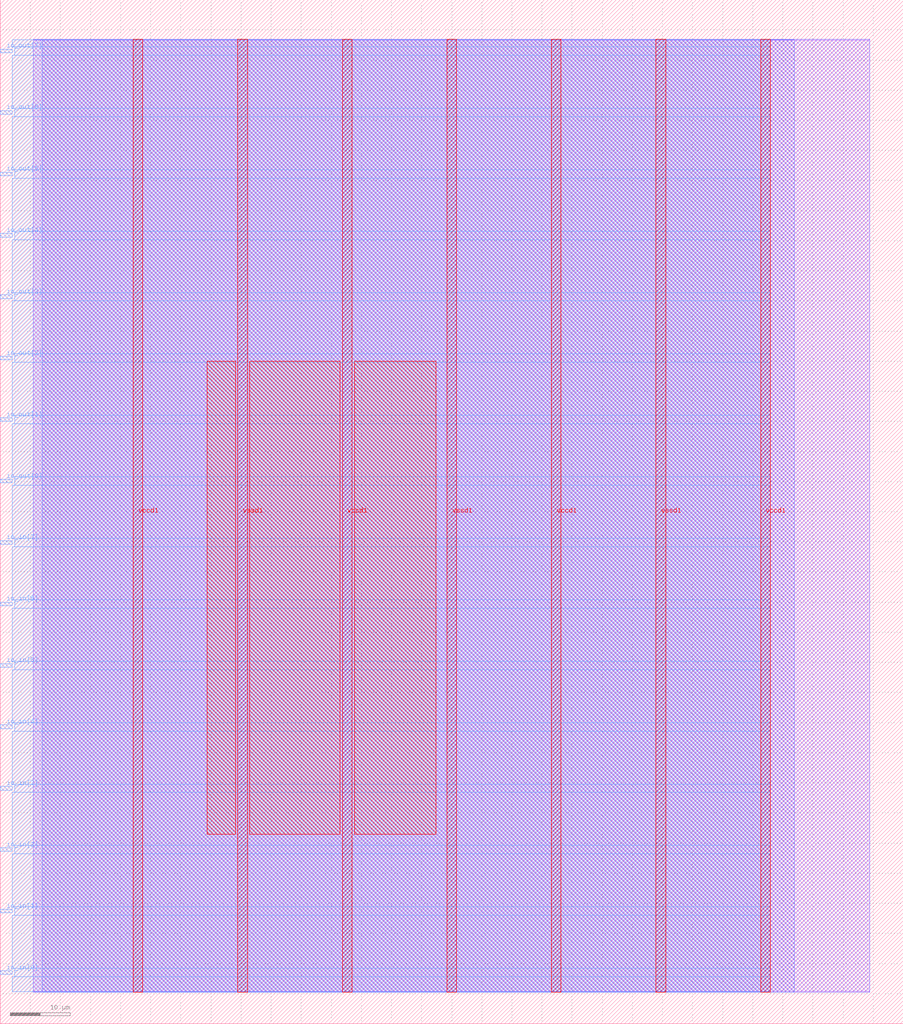
<source format=lef>
VERSION 5.7 ;
  NOWIREEXTENSIONATPIN ON ;
  DIVIDERCHAR "/" ;
  BUSBITCHARS "[]" ;
MACRO wren6991_whisk_tt2_io_wrapper
  CLASS BLOCK ;
  FOREIGN wren6991_whisk_tt2_io_wrapper ;
  ORIGIN 0.000 0.000 ;
  SIZE 150.000 BY 170.000 ;
  PIN io_in[0]
    DIRECTION INPUT ;
    USE SIGNAL ;
    PORT
      LAYER met3 ;
        RECT 0.000 8.200 2.000 8.800 ;
    END
  END io_in[0]
  PIN io_in[1]
    DIRECTION INPUT ;
    USE SIGNAL ;
    PORT
      LAYER met3 ;
        RECT 0.000 18.400 2.000 19.000 ;
    END
  END io_in[1]
  PIN io_in[2]
    DIRECTION INPUT ;
    USE SIGNAL ;
    PORT
      LAYER met3 ;
        RECT 0.000 28.600 2.000 29.200 ;
    END
  END io_in[2]
  PIN io_in[3]
    DIRECTION INPUT ;
    USE SIGNAL ;
    PORT
      LAYER met3 ;
        RECT 0.000 38.800 2.000 39.400 ;
    END
  END io_in[3]
  PIN io_in[4]
    DIRECTION INPUT ;
    USE SIGNAL ;
    PORT
      LAYER met3 ;
        RECT 0.000 49.000 2.000 49.600 ;
    END
  END io_in[4]
  PIN io_in[5]
    DIRECTION INPUT ;
    USE SIGNAL ;
    PORT
      LAYER met3 ;
        RECT 0.000 59.200 2.000 59.800 ;
    END
  END io_in[5]
  PIN io_in[6]
    DIRECTION INPUT ;
    USE SIGNAL ;
    PORT
      LAYER met3 ;
        RECT 0.000 69.400 2.000 70.000 ;
    END
  END io_in[6]
  PIN io_in[7]
    DIRECTION INPUT ;
    USE SIGNAL ;
    PORT
      LAYER met3 ;
        RECT 0.000 79.600 2.000 80.200 ;
    END
  END io_in[7]
  PIN io_out[0]
    DIRECTION OUTPUT TRISTATE ;
    USE SIGNAL ;
    PORT
      LAYER met3 ;
        RECT 0.000 89.800 2.000 90.400 ;
    END
  END io_out[0]
  PIN io_out[1]
    DIRECTION OUTPUT TRISTATE ;
    USE SIGNAL ;
    PORT
      LAYER met3 ;
        RECT 0.000 100.000 2.000 100.600 ;
    END
  END io_out[1]
  PIN io_out[2]
    DIRECTION OUTPUT TRISTATE ;
    USE SIGNAL ;
    PORT
      LAYER met3 ;
        RECT 0.000 110.200 2.000 110.800 ;
    END
  END io_out[2]
  PIN io_out[3]
    DIRECTION OUTPUT TRISTATE ;
    USE SIGNAL ;
    PORT
      LAYER met3 ;
        RECT 0.000 120.400 2.000 121.000 ;
    END
  END io_out[3]
  PIN io_out[4]
    DIRECTION OUTPUT TRISTATE ;
    USE SIGNAL ;
    PORT
      LAYER met3 ;
        RECT 0.000 130.600 2.000 131.200 ;
    END
  END io_out[4]
  PIN io_out[5]
    DIRECTION OUTPUT TRISTATE ;
    USE SIGNAL ;
    PORT
      LAYER met3 ;
        RECT 0.000 140.800 2.000 141.400 ;
    END
  END io_out[5]
  PIN io_out[6]
    DIRECTION OUTPUT TRISTATE ;
    USE SIGNAL ;
    PORT
      LAYER met3 ;
        RECT 0.000 151.000 2.000 151.600 ;
    END
  END io_out[6]
  PIN io_out[7]
    DIRECTION OUTPUT TRISTATE ;
    USE SIGNAL ;
    PORT
      LAYER met3 ;
        RECT 0.000 161.200 2.000 161.800 ;
    END
  END io_out[7]
  PIN vccd1
    DIRECTION INOUT ;
    USE POWER ;
    PORT
      LAYER met4 ;
        RECT 22.090 5.200 23.690 163.440 ;
    END
    PORT
      LAYER met4 ;
        RECT 56.830 5.200 58.430 163.440 ;
    END
    PORT
      LAYER met4 ;
        RECT 91.570 5.200 93.170 163.440 ;
    END
    PORT
      LAYER met4 ;
        RECT 126.310 5.200 127.910 163.440 ;
    END
  END vccd1
  PIN vssd1
    DIRECTION INOUT ;
    USE GROUND ;
    PORT
      LAYER met4 ;
        RECT 39.460 5.200 41.060 163.440 ;
    END
    PORT
      LAYER met4 ;
        RECT 74.200 5.200 75.800 163.440 ;
    END
    PORT
      LAYER met4 ;
        RECT 108.940 5.200 110.540 163.440 ;
    END
  END vssd1
  OBS
      LAYER li1 ;
        RECT 5.520 5.355 144.440 163.285 ;
      LAYER met1 ;
        RECT 5.520 5.200 144.440 163.440 ;
      LAYER met2 ;
        RECT 6.990 5.255 131.920 163.385 ;
      LAYER met3 ;
        RECT 2.000 162.200 127.900 163.365 ;
        RECT 2.400 160.800 127.900 162.200 ;
        RECT 2.000 152.000 127.900 160.800 ;
        RECT 2.400 150.600 127.900 152.000 ;
        RECT 2.000 141.800 127.900 150.600 ;
        RECT 2.400 140.400 127.900 141.800 ;
        RECT 2.000 131.600 127.900 140.400 ;
        RECT 2.400 130.200 127.900 131.600 ;
        RECT 2.000 121.400 127.900 130.200 ;
        RECT 2.400 120.000 127.900 121.400 ;
        RECT 2.000 111.200 127.900 120.000 ;
        RECT 2.400 109.800 127.900 111.200 ;
        RECT 2.000 101.000 127.900 109.800 ;
        RECT 2.400 99.600 127.900 101.000 ;
        RECT 2.000 90.800 127.900 99.600 ;
        RECT 2.400 89.400 127.900 90.800 ;
        RECT 2.000 80.600 127.900 89.400 ;
        RECT 2.400 79.200 127.900 80.600 ;
        RECT 2.000 70.400 127.900 79.200 ;
        RECT 2.400 69.000 127.900 70.400 ;
        RECT 2.000 60.200 127.900 69.000 ;
        RECT 2.400 58.800 127.900 60.200 ;
        RECT 2.000 50.000 127.900 58.800 ;
        RECT 2.400 48.600 127.900 50.000 ;
        RECT 2.000 39.800 127.900 48.600 ;
        RECT 2.400 38.400 127.900 39.800 ;
        RECT 2.000 29.600 127.900 38.400 ;
        RECT 2.400 28.200 127.900 29.600 ;
        RECT 2.000 19.400 127.900 28.200 ;
        RECT 2.400 18.000 127.900 19.400 ;
        RECT 2.000 9.200 127.900 18.000 ;
        RECT 2.400 7.800 127.900 9.200 ;
        RECT 2.000 5.275 127.900 7.800 ;
      LAYER met4 ;
        RECT 34.335 31.455 39.060 109.985 ;
        RECT 41.460 31.455 56.430 109.985 ;
        RECT 58.830 31.455 72.385 109.985 ;
  END
END wren6991_whisk_tt2_io_wrapper
END LIBRARY


</source>
